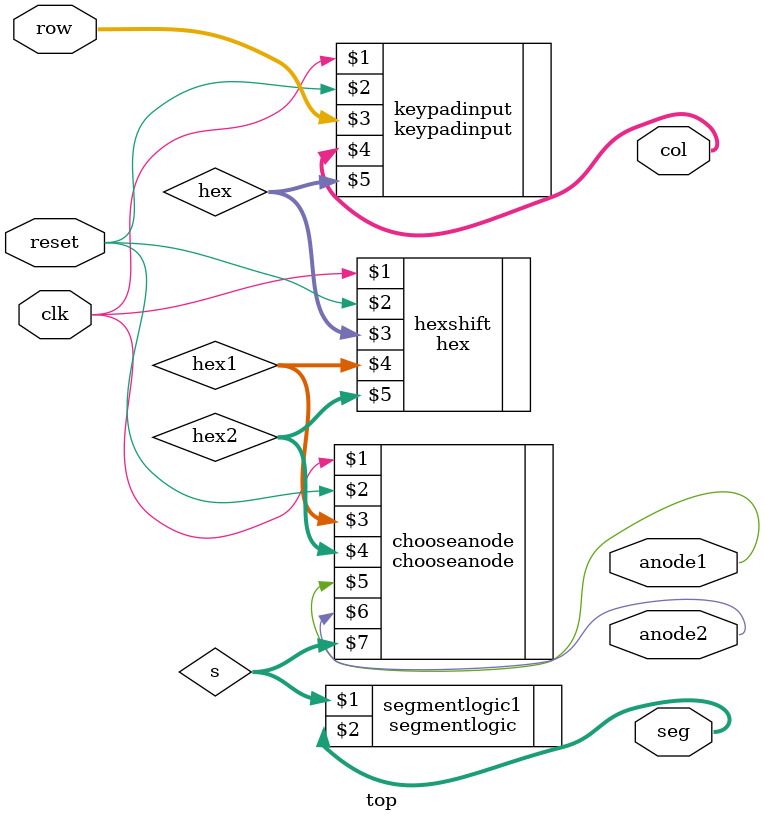
<source format=sv>
module top(
	input clk,
    input logic reset,
	input logic [3:0] row,
    output logic [6:0] seg,
    output logic anode1,
    output logic anode2,
    output logic [3:0] col
);
	// logic clk;
	logic [3:0] hex, hex1, hex2, s;
	logic int_osc;
	logic [9:0] counter; 
	
	// Internal high-speed oscillator
//	HSOSC hf_osc (.CLKHFPU(1'b1), .CLKHFEN(1'b1), .CLKHF(int_osc));

	// clockdivider clockdivider(reset, clk, counter[9:0]); // creates clock
	keypadinput keypadinput(clk, reset, row[3:0], col[3:0], hex[3:0]); // checks for keypad button press
	hex hexshift(clk, reset, hex[3:0], hex1[3:0], hex2[3:0]); // shifts hex input to first and second digit
	chooseanode chooseanode(clk, reset, hex1[3:0], hex2[3:0], anode1, anode2, s[3:0]); // alternates which display is active
	segmentlogic segmentlogic1(s[3:0], seg[6:0]); // logic for the segment display

endmodule
</source>
